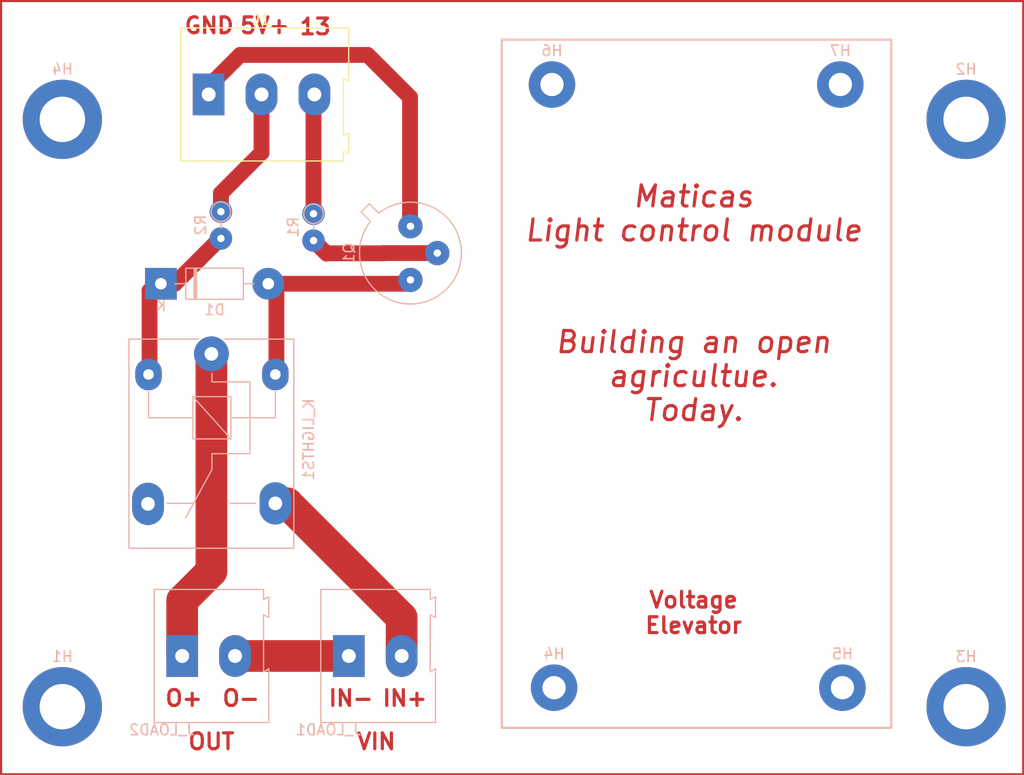
<source format=kicad_pcb>
(kicad_pcb (version 20211014) (generator pcbnew)
  (layers (0 "F.Cu" signal) (31 "B.Cu" signal) (34 "B.Paste" user) (35 "F.Paste" user) (36 "B.SilkS" user "B.Silkscreen") (37 "F.SilkS" user "F.Silkscreen") (38 "B.Mask" user) (39 "F.Mask" user) (44 "Edge.Cuts" user))
  (net 0 "")
  (net 1 "3.3V SIG")
  (net 2 "5V+")
  (net 3 "Net-(D1-Pad1)")
  (net 4 "GND LOAD")
  (net 5 "GND5V")
  (net 6 "Normally O")
  (net 7 "LOAD IN")
  (net 8 "Normally C")
  (net 9 "Net-(Q1-Pad2)")
  (net 10 "Net-(D1-Pad2)")
  (footprint "TerminalBlock:TerminalBlock_Altech_AK300-3_P5.00mm" (layer "F.Cu") (at 112.24 56.54)
    (fp_text reference "J1" (at 5 -7.1) (layer "F.SilkS"))
    (fp_text value "Screw_Terminal_01x03")
    (fp_line (start 12.75 -1.5) (end 13.25 -1.25) (layer "F.SilkS") (width 0.12))
    (fp_line (start 12.75 5.35) (end 13.25 5.65) (layer "F.SilkS") (width 0.12))
    (fp_line (start 13.25 3.65) (end 12.75 3.9) (layer "F.SilkS") (width 0.12))
    (fp_line (start -2.65 6.3) (end 12.75 6.3) (layer "F.SilkS") (width 0.12))
    (fp_line (start 13.25 -6.3) (end -2.65 -6.3) (layer "F.SilkS") (width 0.12))
    (fp_line (start 12.75 6.3) (end 12.75 5.35) (layer "F.SilkS") (width 0.12))
    (fp_line (start 12.75 3.9) (end 12.75 -1.5) (layer "F.SilkS") (width 0.12))
    (fp_line (start 13.25 5.65) (end 13.25 3.65) (layer "F.SilkS") (width 0.12))
    (fp_line (start -2.65 -6.3) (end -2.65 6.3) (layer "F.SilkS") (width 0.12))
    (fp_line (start 13.25 -1.25) (end 13.25 -6.3) (layer "F.SilkS") (width 0.12))
    (pad "1" thru_hole rect (at 0 0) (size 3 3.96) (drill 1.32) (layers *.Cu *.Mask) (net 5 "GND5V"))
    (pad "2" thru_hole oval (at 5 0) (size 3 3.96) (drill 1.32) (layers *.Cu *.Mask) (net 2 "5V+"))
    (pad "3" thru_hole oval (at 10 0) (size 3 3.96) (drill 1.32) (layers *.Cu *.Mask) (net 1 "3.3V SIG"))
  )
  (footprint "MountingHole:MountingHole_4.3mm_M4_DIN965_Pad" (layer "B.Cu") (at 98.4 58.9 180)
    (fp_text reference "H4" (at 0 4.75) (layer "B.SilkS") (effects (justify mirror)))
    (fp_text value "MountingHole")
    (pad "1" thru_hole circle (at 0 0 180) (size 7.5 7.5) (drill 4.3) (layers *.Cu *.Mask))
  )
  (footprint "MountingHole:MountingHole_2.2mm_M2_Pad" (layer "B.Cu") (at 144.72 55.6 180)
    (fp_text reference "H6" (at 0 3.2) (layer "B.SilkS") (effects (justify mirror)))
    (fp_text value "MountingHole")
    (pad "1" thru_hole circle (at 0 0 180) (size 4.4 4.4) (drill 2.2) (layers F&B.Cu *.Mask))
  )
  (footprint "Package_TO_SOT_THT:TO-39-3" (layer "B.Cu") (at 131.33 69.02 -90)
    (fp_text reference "Q1" (at 2.54 5.82 90) (layer "B.SilkS") (effects (justify mirror)))
    (fp_text value "2N2219")
    (fp_line (start -0.457084 3.774902) (end -1.348039 4.665856) (layer "B.SilkS") (width 0.12))
    (fp_line (start -2.125856 3.888039) (end -1.234902 2.997084) (layer "B.SilkS") (width 0.12))
    (fp_line (start -1.348039 4.665856) (end -2.125856 3.888039) (layer "B.SilkS") (width 0.12))
    (fp_arc (start -1.234674 2.997371) (mid 5.948125 -3.408384) (end -0.457084 3.774902) (layer "B.SilkS") (width 0.12))
    (pad "1" thru_hole oval (at 0 0 270) (size 2.3 2.3) (drill 0.7) (layers *.Cu *.Mask) (net 5 "GND5V"))
    (pad "2" thru_hole oval (at 2.54 -2.54 270) (size 2.3 2.3) (drill 0.7) (layers *.Cu *.Mask) (net 9 "Net-(Q1-Pad2)"))
    (pad "3" thru_hole oval (at 5.08 0 270) (size 2.3 2.3) (drill 0.7) (layers *.Cu *.Mask) (net 10 "Net-(D1-Pad2)"))
  )
  (footprint "MountingHole:MountingHole_2.2mm_M2_Pad" (layer "B.Cu") (at 172.2 112.7 180)
    (fp_text reference "H5" (at 0 3.2) (layer "B.SilkS") (effects (justify mirror)))
    (fp_text value "MountingHole")
    (pad "1" thru_hole circle (at 0 0 180) (size 4.4 4.4) (drill 2.2) (layers F&B.Cu *.Mask))
  )
  (footprint "Relay_THT:Relay_SPDT_SANYOU_SRD_Series_Form_C" (layer "B.Cu") (at 112.5 81.1 -90)
    (fp_text reference "K_LIGHTS1" (at 8.1 -9.2 90) (layer "B.SilkS") (effects (justify mirror)))
    (fp_text value "SANYOU_SRD_Form_C")
    (fp_line (start 6.05 5.95) (end 6.05 1.75) (layer "B.SilkS") (width 0.12))
    (fp_line (start 6.05 -1.85) (end 6.05 -6.05) (layer "B.SilkS") (width 0.12))
    (fp_line (start -1.4 7.8) (end 18.4 7.8) (layer "B.SilkS") (width 0.12))
    (fp_line (start 4.05 -1.85) (end 4.05 1.75) (layer "B.SilkS") (width 0.12))
    (fp_line (start 14.15 4.2) (end 14.15 1.7) (layer "B.SilkS") (width 0.12))
    (fp_line (start 10.95 -0.05) (end 15.55 2.45) (layer "B.SilkS") (width 0.12))
    (fp_line (start 8.05 -1.85) (end 4.05 -1.85) (layer "B.SilkS") (width 0.12))
    (fp_line (start 2.65 -0.05) (end 2.65 -3.65) (layer "B.SilkS") (width 0.12))
    (fp_line (start 18.4 7.8) (end 18.4 -7.8) (layer "B.SilkS") (width 0.12))
    (fp_line (start 9.45 -3.65) (end 2.65 -3.65) (layer "B.SilkS") (width 0.12))
    (fp_line (start -1.4 -1.2) (end -1.4 -7.8) (layer "B.SilkS") (width 0.12))
    (fp_line (start 8.05 1.75) (end 8.05 -1.85) (layer "B.SilkS") (width 0.12))
    (fp_line (start -1.4 7.8) (end -1.4 1.2) (layer "B.SilkS") (width 0.12))
    (fp_line (start 9.45 -0.05) (end 10.95 -0.05) (layer "B.SilkS") (width 0.12))
    (fp_line (start 2.65 -0.05) (end 1.85 -0.05) (layer "B.SilkS") (width 0.12))
    (fp_line (start 18.4 -7.8) (end -1.4 -7.8) (layer "B.SilkS") (width 0.12))
    (fp_line (start 9.45 -0.05) (end 9.45 -3.65) (layer "B.SilkS") (width 0.12))
    (fp_line (start 4.05 1.75) (end 8.05 1.75) (layer "B.SilkS") (width 0.12))
    (fp_line (start 8.05 -1.85) (end 4.05 1.75) (layer "B.SilkS") (width 0.12))
    (fp_line (start 6.05 5.95) (end 3.55 5.95) (layer "B.SilkS") (width 0.12))
    (fp_line (start 3.55 -6.05) (end 6.05 -6.05) (layer "B.SilkS") (width 0.12))
    (fp_line (start 14.15 -4.2) (end 14.15 -1.75) (layer "B.SilkS") (width 0.12))
    (pad "1" thru_hole circle (at 0 0 180) (size 3.3 3.3) (drill 1.3) (layers *.Cu *.Mask) (net 7 "LOAD IN"))
    (pad "2" thru_hole oval (at 1.95 -6.05 180) (size 2.5 3) (drill 1) (layers *.Cu *.Mask) (net 10 "Net-(D1-Pad2)"))
    (pad "3" thru_hole oval (at 14.15 -6.05 180) (size 3 4) (drill 1.3) (layers *.Cu *.Mask) (net 6 "Normally O"))
    (pad "4" thru_hole oval (at 14.2 6 180) (size 3 4) (drill 1.3) (layers *.Cu *.Mask) (net 8 "Normally C"))
    (pad "5" thru_hole oval (at 1.95 5.95 180) (size 2.5 3) (drill 1) (layers *.Cu *.Mask) (net 3 "Net-(D1-Pad1)"))
  )
  (footprint "MountingHole:MountingHole_2.2mm_M2_Pad" (layer "B.Cu") (at 172 55.6 180)
    (fp_text reference "H7" (at 0 3.2) (layer "B.SilkS") (effects (justify mirror)))
    (fp_text value "MountingHole")
    (pad "1" thru_hole circle (at 0 0 180) (size 4.4 4.4) (drill 2.2) (layers F&B.Cu *.Mask))
  )
  (footprint "MountingHole:MountingHole_4.3mm_M4_DIN965_Pad" (layer "B.Cu") (at 183.9 58.9 180)
    (fp_text reference "H2" (at 0 4.75) (layer "B.SilkS") (effects (justify mirror)))
    (fp_text value "MountingHole")
    (pad "1" thru_hole circle (at 0 0 180) (size 7.5 7.5) (drill 4.3) (layers *.Cu *.Mask))
  )
  (footprint "Diode_THT:D_DO-41_SOD81_P10.16mm_Horizontal" (layer "B.Cu") (at 107.72 74.46)
    (fp_text reference "D1" (at 5.08 2.47) (layer "B.SilkS") (effects (justify mirror)))
    (fp_text value "1N4004")
    (fp_text user "K" (at 0 2.1) (layer "B.SilkS") (effects (justify mirror)))
    (fp_line (start 3.14 1.47) (end 3.14 -1.47) (layer "B.SilkS") (width 0.12))
    (fp_line (start 2.36 1.47) (end 2.36 -1.47) (layer "B.SilkS") (width 0.12))
    (fp_line (start 7.8 1.47) (end 2.36 1.47) (layer "B.SilkS") (width 0.12))
    (fp_line (start 7.8 -1.47) (end 7.8 1.47) (layer "B.SilkS") (width 0.12))
    (fp_line (start 8.82 0) (end 7.8 0) (layer "B.SilkS") (width 0.12))
    (fp_line (start 2.36 -1.47) (end 7.8 -1.47) (layer "B.SilkS") (width 0.12))
    (fp_line (start 3.26 1.47) (end 3.26 -1.47) (layer "B.SilkS") (width 0.12))
    (fp_line (start 3.38 1.47) (end 3.38 -1.47) (layer "B.SilkS") (width 0.12))
    (fp_line (start 1.34 0) (end 2.36 0) (layer "B.SilkS") (width 0.12))
    (pad "1" thru_hole rect (at 0 0) (size 3 3) (drill 1.1) (layers *.Cu *.Mask) (net 3 "Net-(D1-Pad1)"))
    (pad "2" thru_hole oval (at 10.16 0) (size 3 3) (drill 1.1) (layers *.Cu *.Mask) (net 10 "Net-(D1-Pad2)"))
  )
  (footprint "MountingHole:MountingHole_4.3mm_M4_DIN965_Pad" (layer "B.Cu") (at 183.9 114.5 180)
    (fp_text reference "H3" (at 0 4.75) (layer "B.SilkS") (effects (justify mirror)))
    (fp_text value "MountingHole")
    (pad "1" thru_hole circle (at 0 0 180) (size 7.5 7.5) (drill 4.3) (layers *.Cu *.Mask))
  )
  (footprint "TerminalBlock:TerminalBlock_Altech_AK300-2_P5.00mm" (layer "B.Cu") (at 109.735 109.7)
    (fp_text reference "J_LOAD2" (at -1.92 6.99) (layer "B.SilkS") (effects (justify mirror)))
    (fp_text value "Screw_Terminal_01x02")
    (fp_line (start 7.7 -6.3) (end 7.7 -5.35) (layer "B.SilkS") (width 0.12))
    (fp_line (start 8.2 -3.65) (end 7.7 -3.9) (layer "B.SilkS") (width 0.12))
    (fp_line (start 7.7 -5.35) (end 8.2 -5.6) (layer "B.SilkS") (width 0.12))
    (fp_line (start 7.7 -3.9) (end 7.7 1.5) (layer "B.SilkS") (width 0.12))
    (fp_line (start -2.65 6.3) (end -2.65 -6.3) (layer "B.SilkS") (width 0.12))
    (fp_line (start -2.65 -6.3) (end 7.7 -6.3) (layer "B.SilkS") (width 0.12))
    (fp_line (start 8.2 -3.7) (end 8.2 -3.65) (layer "B.SilkS") (width 0.12))
    (fp_line (start 8.2 -5.6) (end 8.2 -3.7) (layer "B.SilkS") (width 0.12))
    (fp_line (start 8.2 6.3) (end -2.65 6.3) (layer "B.SilkS") (width 0.12))
    (fp_line (start 7.7 1.5) (end 8.2 1.2) (layer "B.SilkS") (width 0.12))
    (fp_line (start 8.2 1.2) (end 8.2 6.3) (layer "B.SilkS") (width 0.12))
    (pad "1" thru_hole rect (at 0 0) (size 3 3.96) (drill 1.32) (layers *.Cu *.Mask) (net 7 "LOAD IN"))
    (pad "2" thru_hole oval (at 5 0) (size 3 3.96) (drill 1.32) (layers *.Cu *.Mask) (net 4 "GND LOAD"))
  )
  (footprint "MountingHole:MountingHole_4.3mm_M4_DIN965_Pad" (layer "B.Cu") (at 98.4 114.5 180)
    (fp_text reference "H1" (at 0 4.75) (layer "B.SilkS") (effects (justify mirror)))
    (fp_text value "MountingHole")
    (pad "1" thru_hole circle (at 0 0 180) (size 7.5 7.5) (drill 4.3) (layers *.Cu *.Mask))
  )
  (footprint "Resistor_THT:R_Axial_DIN0204_L3.6mm_D1.6mm_P2.54mm_Vertical" (layer "B.Cu") (at 113.4 67.63625 -90)
    (fp_text reference "R2" (at 1.27 1.92 90) (layer "B.SilkS") (effects (justify mirror)))
    (fp_text value "50")
    (fp_line (start 0.92 0) (end 1.54 0) (layer "B.SilkS") (width 0.12))
    (fp_circle (center 0 0) (end 0.92 0) (layer "B.SilkS") (width 0.12) (fill none))
    (pad "1" thru_hole circle (at 0 0 270) (size 2.125 2.125) (drill 0.7) (layers *.Cu *.Mask) (net 2 "5V+"))
    (pad "2" thru_hole oval (at 2.54 0 270) (size 2.125 2.125) (drill 0.7) (layers *.Cu *.Mask) (net 3 "Net-(D1-Pad1)"))
  )
  (footprint "TerminalBlock:TerminalBlock_Altech_AK300-2_P5.00mm" (layer "B.Cu") (at 125.5 109.7)
    (fp_text reference "J_LOAD1" (at -1.92 6.99) (layer "B.SilkS") (effects (justify mirror)))
    (fp_text value "Screw_Terminal_01x02")
    (fp_line (start 8.2 -5.6) (end 8.2 -3.7) (layer "B.SilkS") (width 0.12))
    (fp_line (start -2.65 -6.3) (end 7.7 -6.3) (layer "B.SilkS") (width 0.12))
    (fp_line (start 7.7 -3.9) (end 7.7 1.5) (layer "B.SilkS") (width 0.12))
    (fp_line (start 7.7 -5.35) (end 8.2 -5.6) (layer "B.SilkS") (width 0.12))
    (fp_line (start -2.65 6.3) (end -2.65 -6.3) (layer "B.SilkS") (width 0.12))
    (fp_line (start 8.2 1.2) (end 8.2 6.3) (layer "B.SilkS") (width 0.12))
    (fp_line (start 7.7 1.5) (end 8.2 1.2) (layer "B.SilkS") (width 0.12))
    (fp_line (start 8.2 6.3) (end -2.65 6.3) (layer "B.SilkS") (width 0.12))
    (fp_line (start 8.2 -3.7) (end 8.2 -3.65) (layer "B.SilkS") (width 0.12))
    (fp_line (start 7.7 -6.3) (end 7.7 -5.35) (layer "B.SilkS") (width 0.12))
    (fp_line (start 8.2 -3.65) (end 7.7 -3.9) (layer "B.SilkS") (width 0.12))
    (pad "1" thru_hole rect (at 0 0) (size 3 3.96) (drill 1.32) (layers *.Cu *.Mask) (net 4 "GND LOAD"))
    (pad "2" thru_hole oval (at 5 0) (size 3 3.96) (drill 1.32) (layers *.Cu *.Mask) (net 6 "Normally O"))
  )
  (footprint "Resistor_THT:R_Axial_DIN0204_L3.6mm_D1.6mm_P2.54mm_Vertical" (layer "B.Cu") (at 122.16 67.83625 -90)
    (fp_text reference "R1" (at 1.27 1.92 90) (layer "B.SilkS") (effects (justify mirror)))
    (fp_text value "660")
    (fp_line (start 0.92 0) (end 1.54 0) (layer "B.SilkS") (width 0.12))
    (fp_circle (center 0 0) (end 0.92 0) (layer "B.SilkS") (width 0.12) (fill none))
    (pad "1" thru_hole circle (at 0 0 270) (size 2.125 2.125) (drill 0.7) (layers *.Cu *.Mask) (net 1 "3.3V SIG"))
    (pad "2" thru_hole oval (at 2.54 0 270) (size 2.125 2.125) (drill 0.7) (layers *.Cu *.Mask) (net 9 "Net-(Q1-Pad2)"))
  )
  (footprint "MountingHole:MountingHole_2.2mm_M2_Pad" (layer "B.Cu") (at 144.92 112.7 180)
    (fp_text reference "H4" (at 0 3.2) (layer "B.SilkS") (effects (justify mirror)))
    (fp_text value "MountingHole")
    (pad "1" thru_hole circle (at 0 0 180) (size 4.4 4.4) (drill 2.2) (layers F&B.Cu *.Mask))
  )
  (gr_rect (start 189.3 120.9) (end 92.6 47.7) (layer "F.Cu") (width 0.2) (fill none))
  (gr_rect (start 139.97 116.5) (end 176.82 51.35) (layer "B.SilkS") (width 0.2) (fill none))
  (gr_text "VIN\n" (at 128.1 117.8) (layer "F.Cu") (effects (font (size 1.5 1.5) (thickness 0.3))))
  (gr_text "IN-\n" (at 125.7 113.7) (layer "F.Cu") (effects (font (size 1.5 1.5) (thickness 0.3))))
  (gr_text "OUT" (at 112.5 117.8) (layer "F.Cu") (effects (font (size 1.5 1.5) (thickness 0.3))))
  (gr_text "O-" (at 115.3 113.7) (layer "F.Cu") (effects (font (size 1.5 1.5) (thickness 0.3))))
  (gr_text "13" (at 122.33 50.13) (layer "F.Cu") (effects (font (size 1.5 1.5) (thickness 0.3))))
  (gr_text "Building an open\nagricultue.\nToday." (at 158.12 83.2) (layer "F.Cu") (effects (font (size 2 2) (thickness 0.3) italic)))
  (gr_text "GND\n" (at 112.29 50.02) (layer "F.Cu") (effects (font (size 1.5 1.5) (thickness 0.3))))
  (gr_text "Maticas\nLight control module" (at 158.12 67.8) (layer "F.Cu") (effects (font (size 2 2) (thickness 0.3) italic)))
  (gr_text "O+" (at 109.9 113.7) (layer "F.Cu") (effects (font (size 1.5 1.5) (thickness 0.3))))
  (gr_text "5V+" (at 117.55 50.02) (layer "F.Cu") (effects (font (size 1.5 1.5) (thickness 0.3))))
  (gr_text "Voltage\nElevator" (at 158.12 105.6) (layer "F.Cu") (effects (font (size 1.5 1.5) (thickness 0.3))))
  (gr_text "IN+" (at 130.8 113.7) (layer "F.Cu") (effects (font (size 1.5 1.5) (thickness 0.3))))
  (segment (start 122.16 67.83625) (end 122.16 56.62) (width 1.5) (layer "F.Cu") (net 1))
  (segment (start 122.16 56.62) (end 122.24 56.54) (width 1.5) (layer "F.Cu") (net 1))
  (segment (start 113.4 67.63625) (end 113.4 65.9) (width 1.5) (layer "F.Cu") (net 2))
  (segment (start 113.4 65.9) (end 117.24 62.06) (width 1.5) (layer "F.Cu") (net 2))
  (segment (start 117.24 62.06) (end 117.24 56.54) (width 1.5) (layer "F.Cu") (net 2))
  (segment (start 107.72 74.46) (end 107.31 74.46) (width 1.5) (layer "F.Cu") (net 3))
  (segment (start 113.32375 70.17625) (end 113.4 70.17625) (width 1.5) (layer "F.Cu") (net 3))
  (segment (start 109.04 74.46) (end 113.32375 70.17625) (width 1.5) (layer "F.Cu") (net 3))
  (segment (start 106.65 75.12) (end 106.65 83.05) (width 1.5) (layer "F.Cu") (net 3))
  (segment (start 107.31 74.46) (end 106.65 75.12) (width 1.5) (layer "F.Cu") (net 3))
  (segment (start 107.72 74.46) (end 109.04 74.46) (width 1.5) (layer "F.Cu") (net 3))
  (segment (start 114.735 109.7) (end 125.5 109.7) (width 3) (layer "F.Cu") (net 4))
  (segment (start 115.22 52.8) (end 112.24 55.78) (width 1.5) (layer "F.Cu") (net 5))
  (segment (start 131.29 69.04) (end 131.29 56.81) (width 1.5) (layer "F.Cu") (net 5))
  (segment (start 112.24 55.78) (end 112.24 56.54) (width 1.5) (layer "F.Cu") (net 5))
  (segment (start 131.29 56.81) (end 127.28 52.8) (width 1.5) (layer "F.Cu") (net 5))
  (segment (start 127.28 52.8) (end 115.22 52.8) (width 1.5) (layer "F.Cu") (net 5))
  (segment (start 119.68 95.25) (end 130.5 106.07) (width 3) (layer "F.Cu") (net 6))
  (segment (start 118.55 95.25) (end 119.68 95.25) (width 3) (layer "F.Cu") (net 6))
  (segment (start 130.5 106.07) (end 130.5 109.7) (width 3) (layer "F.Cu") (net 6))
  (segment (start 112.5 101.69) (end 109.735 104.455) (width 3) (layer "F.Cu") (net 7))
  (segment (start 109.735 104.455) (end 109.735 109.7) (width 3) (layer "F.Cu") (net 7))
  (segment (start 112.5 81.1) (end 112.5 101.69) (width 3) (layer "F.Cu") (net 7))
  (segment (start 128.75 71.58) (end 123.62 71.58) (width 1.5) (layer "F.Cu") (net 9))
  (segment (start 128.77 71.56) (end 133.87 71.56) (width 1.5) (layer "F.Cu") (net 9))
  (segment (start 128.75 71.58) (end 128.77 71.56) (width 1.5) (layer "F.Cu") (net 9))
  (segment (start 123.4 71.61625) (end 122.16 70.37625) (width 1.5) (layer "F.Cu") (net 9))
  (segment (start 117.69 74.46) (end 118.65 75.42) (width 1.5) (layer "F.Cu") (net 10))
  (segment (start 130.95 74.46) (end 117.69 74.46) (width 1.5) (layer "F.Cu") (net 10))
  (segment (start 118.65 75.42) (end 118.65 83.05) (width 1.5) (layer "F.Cu") (net 10))
  (segment (start 131.29 74.12) (end 130.95 74.46) (width 1.5) (layer "F.Cu") (net 10))
)
</source>
